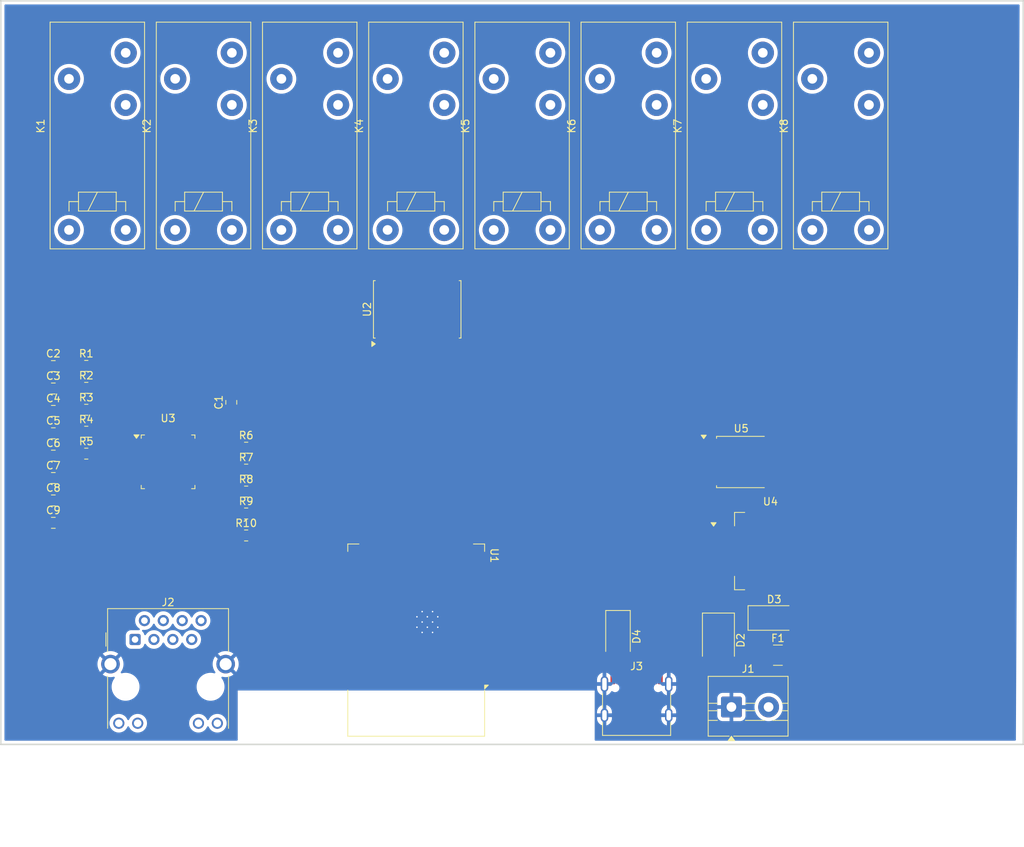
<source format=kicad_pcb>
(kicad_pcb (version 20241229) (generator "pcbnew") (generator_version "9.0")
  (layers (0 "F.Cu" signal) (2 "B.Cu" signal) (13 "F.Paste" user) (15 "B.Paste" user) (5 "F.SilkS" user "F.Silkscreen") (7 "B.SilkS" user "B.Silkscreen") (1 "F.Mask" user) (3 "B.Mask" user) (25 "Edge.Cuts" user))
  (net 0 "")
  (net 5 "/w5500/RCT")
  (net 7 "GND")
  (net 17 "Net-(J2-Pad12)")
  (net 19 "+3.3V")
  (net 23 "/w5500/RXPNET")
  (net 24 "/w5500/TXP")
  (net 27 "Net-(J2-Pad9)")
  (net 36 "/w5500/RXNNET")
  (net 38 "/w5500/TCT")
  (net 39 "/w5500/TXN")
  (net 40 "/w5500/act_led")
  (net 41 "/w5500/link_led")
  (net 42 "/w5500/ETH_MOSI")
  (net 43 "/w5500/ETH_MISO")
  (net 44 "/w5500/ETH_CS")
  (net 45 "/w5500/ETH_SCLK")
  (net 49 "/w5500/RXN")
  (net 54 "Net-(U3-TOCAP)")
  (net 55 "/w5500/XO")
  (net 57 "/w5500/RXP")
  (net 60 "Net-(U3-1V2O)")
  (net 64 "Net-(U3-EXRES1)")
  (net 65 "/w5500/XI")
  (net 70 "Net-(U2-O1)")
  (net 71 "+12V")
  (net 72 "Net-(D3-K)")
  (net 73 "/ETH_RESET")
  (net 74 "Net-(U1-IO42)")
  (net 75 "Net-(U1-EN)")
  (net 76 "/ETH_INT")
  (net 77 "/R1")
  (net 78 "/R8")
  (net 79 "/R3")
  (net 80 "/R7")
  (net 81 "/R2")
  (net 82 "/R5")
  (net 83 "/R4")
  (net 84 "/R6")
  (net 85 "+5V")
  (net 89 "Net-(D4-A)")
  (net 90 "/D+")
  (net 91 "/D-")
  (net 95 "Net-(U2-O2)")
  (net 101 "Net-(U2-O3)")
  (net 104 "Net-(U2-O4)")
  (net 109 "/PWR5")
  (net 112 "/PWR6")
  (net 117 "/PWR7")
  (net 120 "/PWR8")
  (net 122 "Net-(J1-Pin_2)")
  (footprint "Capacitor_SMD:C_0805_2012Metric" (layer "F.Cu") (at 22.57 80.19)
    (property "Reference" "C8" (at 0 -1.68 0) (layer "F.SilkS"))
    (property "Value" "4.7µF")
    (pad "1" smd roundrect (at -0.95 0) (size 1 1.45) (layers "F.Cu" "F.Mask" "F.Paste") (net 54 "Net-(U3-TOCAP)"))
    (pad "2" smd roundrect (at 0.95 0) (size 1 1.45) (layers "F.Cu" "F.Mask" "F.Paste") (net 7 "GND"))
  )
  (footprint "Capacitor_SMD:C_0805_2012Metric" (layer "F.Cu") (at 46.5 67 90)
    (property "Reference" "C1" (at 0 -1.68 90) (layer "F.SilkS"))
    (property "Value" "C")
    (pad "1" smd roundrect (at -0.95 0 90) (size 1 1.45) (layers "F.Cu" "F.Mask" "F.Paste") (net 19 "+3.3V"))
    (pad "2" smd roundrect (at 0.95 0 90) (size 1 1.45) (layers "F.Cu" "F.Mask" "F.Paste") (net 7 "GND"))
  )
  (footprint "Capacitor_SMD:C_0805_2012Metric" (layer "F.Cu") (at 22.57 65.14)
    (property "Reference" "C3" (at 0 -1.68 0) (layer "F.SilkS"))
    (property "Value" "6.8nF")
    (pad "1" smd roundrect (at -0.95 0) (size 1 1.45) (layers "F.Cu" "F.Mask" "F.Paste") (net 57 "/w5500/RXP"))
    (pad "2" smd roundrect (at 0.95 0) (size 1 1.45) (layers "F.Cu" "F.Mask" "F.Paste") (net 23 "/w5500/RXPNET"))
  )
  (footprint "Capacitor_SMD:C_0805_2012Metric" (layer "F.Cu") (at 22.57 71.16)
    (property "Reference" "C5" (at 0 -1.68 0) (layer "F.SilkS"))
    (property "Value" "6.8nF")
    (pad "1" smd roundrect (at -0.95 0) (size 1 1.45) (layers "F.Cu" "F.Mask" "F.Paste") (net 49 "/w5500/RXN"))
    (pad "2" smd roundrect (at 0.95 0) (size 1 1.45) (layers "F.Cu" "F.Mask" "F.Paste") (net 36 "/w5500/RXNNET"))
  )
  (footprint "Package_SO:SOIC-18W_7.5x11.6mm_P1.27mm" (layer "F.Cu") (at 71.5 54.5 90)
    (property "Reference" "U2" (at 0 -6.73 90) (layer "F.SilkS"))
    (property "Value" "ULN2803A")
    (pad "1" smd roundrect (at -4.65 -5.08 90) (size 2.05 0.6) (layers "F.Cu" "F.Mask" "F.Paste") (net 77 "/R1"))
    (pad "2" smd roundrect (at -4.65 -3.81 90) (size 2.05 0.6) (layers "F.Cu" "F.Mask" "F.Paste") (net 81 "/R2"))
    (pad "3" smd roundrect (at -4.65 -2.54 90) (size 2.05 0.6) (layers "F.Cu" "F.Mask" "F.Paste") (net 79 "/R3"))
    (pad "4" smd roundrect (at -4.65 -1.27 90) (size 2.05 0.6) (layers "F.Cu" "F.Mask" "F.Paste") (net 83 "/R4"))
    (pad "5" smd roundrect (at -4.65 0 90) (size 2.05 0.6) (layers "F.Cu" "F.Mask" "F.Paste") (net 82 "/R5"))
    (pad "6" smd roundrect (at -4.65 1.27 90) (size 2.05 0.6) (layers "F.Cu" "F.Mask" "F.Paste") (net 84 "/R6"))
    (pad "7" smd roundrect (at -4.65 2.54 90) (size 2.05 0.6) (layers "F.Cu" "F.Mask" "F.Paste") (net 80 "/R7"))
    (pad "8" smd roundrect (at -4.65 3.81 90) (size 2.05 0.6) (layers "F.Cu" "F.Mask" "F.Paste") (net 78 "/R8"))
    (pad "9" smd roundrect (at -4.65 5.08 90) (size 2.05 0.6) (layers "F.Cu" "F.Mask" "F.Paste") (net 7 "GND"))
    (pad "10" smd roundrect (at 4.65 5.08 90) (size 2.05 0.6) (layers "F.Cu" "F.Mask" "F.Paste") (net 71 "+12V"))
    (pad "11" smd roundrect (at 4.65 3.81 90) (size 2.05 0.6) (layers "F.Cu" "F.Mask" "F.Paste") (net 120 "/PWR8"))
    (pad "12" smd roundrect (at 4.65 2.54 90) (size 2.05 0.6) (layers "F.Cu" "F.Mask" "F.Paste") (net 117 "/PWR7"))
    (pad "13" smd roundrect (at 4.65 1.27 90) (size 2.05 0.6) (layers "F.Cu" "F.Mask" "F.Paste") (net 112 "/PWR6"))
    (pad "14" smd roundrect (at 4.65 0 90) (size 2.05 0.6) (layers "F.Cu" "F.Mask" "F.Paste") (net 109 "/PWR5"))
    (pad "15" smd roundrect (at 4.65 -1.27 90) (size 2.05 0.6) (layers "F.Cu" "F.Mask" "F.Paste") (net 104 "Net-(U2-O4)"))
    (pad "16" smd roundrect (at 4.65 -2.54 90) (size 2.05 0.6) (layers "F.Cu" "F.Mask" "F.Paste") (net 101 "Net-(U2-O3)"))
    (pad "17" smd roundrect (at 4.65 -3.81 90) (size 2.05 0.6) (layers "F.Cu" "F.Mask" "F.Paste") (net 95 "Net-(U2-O2)"))
    (pad "18" smd roundrect (at 4.65 -5.08 90) (size 2.05 0.6) (layers "F.Cu" "F.Mask" "F.Paste") (net 70 "Net-(U2-O1)"))
  )
  (footprint "Diode_SMD:D_SMA" (layer "F.Cu") (at 98.5 98.5 -90)
    (property "Reference" "D4" (at 0 -2.5 90) (layer "F.SilkS"))
    (property "Value" "B130-E3")
    (pad "1" smd roundrect (at -2 0 270) (size 2.5 1.8) (layers "F.Cu" "F.Mask" "F.Paste") (roundrect_rratio 0.1388888889) (net 85 "+5V"))
    (pad "2" smd roundrect (at 2 0 270) (size 2.5 1.8) (layers "F.Cu" "F.Mask" "F.Paste") (roundrect_rratio 0.1388888889) (net 89 "Net-(D4-A)"))
  )
  (footprint "Relay_THT:Relay_SPDT_Schrack-RP-II-1-FormC_RM3.5mm" (layer "F.Cu") (at 124.63 43.82 90)
    (property "Reference" "K8" (at 13.97 -3.81 90) (layer "F.SilkS"))
    (property "Value" "Relay_SPDT_Latching_1coil")
    (pad "11" thru_hole circle (at 20.32 0 90) (size 3 3) (drill 1.3) (layers "*.Cu" "*.Mask"))
    (pad "12" thru_hole circle (at 16.82 7.62 90) (size 3 3) (drill 1.3) (layers "*.Cu" "*.Mask"))
    (pad "14" thru_hole circle (at 23.82 7.62 90) (size 3 3) (drill 1.3) (layers "*.Cu" "*.Mask"))
    (pad "A1" thru_hole circle (at 0 0 90) (size 3 3) (drill 1.3) (layers "*.Cu" "*.Mask") (net 120 "/PWR8"))
    (pad "A2" thru_hole circle (at 0 7.62 90) (size 3 3) (drill 1.3) (layers "*.Cu" "*.Mask") (net 71 "+12V"))
  )
  (footprint "Resistor_SMD:R_0805_2012Metric" (layer "F.Cu") (at 48.5 81.95)
    (property "Reference" "R9" (at 0 -1.65 0) (layer "F.SilkS"))
    (property "Value" "R")
    (pad "1" smd roundrect (at -0.9125 0) (size 1.025 1.4) (layers "F.Cu" "F.Mask" "F.Paste") (roundrect_rratio 0.243902) (net 5 "/w5500/RCT"))
    (pad "2" smd roundrect (at 0.9125 0) (size 1.025 1.4) (layers "F.Cu" "F.Mask" "F.Paste") (roundrect_rratio 0.243902) (net 49 "/w5500/RXN"))
  )
  (footprint "Capacitor_SMD:C_0805_2012Metric" (layer "F.Cu") (at 22.57 74.17)
    (property "Reference" "C6" (at 0 -1.68 0) (layer "F.SilkS"))
    (property "Value" "C")
    (pad "1" smd roundrect (at -0.95 0) (size 1 1.45) (layers "F.Cu" "F.Mask" "F.Paste") (net 7 "GND"))
    (pad "2" smd roundrect (at 0.95 0) (size 1 1.45) (layers "F.Cu" "F.Mask" "F.Paste") (net 55 "/w5500/XO"))
  )
  (footprint "Relay_THT:Relay_SPDT_Schrack-RP-II-1-FormC_RM3.5mm" (layer "F.Cu") (at 53.237143 43.82 90)
    (property "Reference" "K3" (at 13.97 -3.81 90) (layer "F.SilkS"))
    (property "Value" "Relay_SPDT_Latching_1coil")
    (pad "11" thru_hole circle (at 20.32 0 90) (size 3 3) (drill 1.3) (layers "*.Cu" "*.Mask"))
    (pad "12" thru_hole circle (at 16.82 7.62 90) (size 3 3) (drill 1.3) (layers "*.Cu" "*.Mask"))
    (pad "14" thru_hole circle (at 23.82 7.62 90) (size 3 3) (drill 1.3) (layers "*.Cu" "*.Mask"))
    (pad "A1" thru_hole circle (at 0 0 90) (size 3 3) (drill 1.3) (layers "*.Cu" "*.Mask") (net 101 "Net-(U2-O3)"))
    (pad "A2" thru_hole circle (at 0 7.62 90) (size 3 3) (drill 1.3) (layers "*.Cu" "*.Mask") (net 71 "+12V"))
  )
  (footprint "Relay_THT:Relay_SPDT_Schrack-RP-II-1-FormC_RM3.5mm" (layer "F.Cu") (at 24.68 43.82 90)
    (property "Reference" "K1" (at 13.97 -3.81 90) (layer "F.SilkS"))
    (property "Value" "Relay_SPDT_Latching_1coil")
    (pad "11" thru_hole circle (at 20.32 0 90) (size 3 3) (drill 1.3) (layers "*.Cu" "*.Mask"))
    (pad "12" thru_hole circle (at 16.82 7.62 90) (size 3 3) (drill 1.3) (layers "*.Cu" "*.Mask"))
    (pad "14" thru_hole circle (at 23.82 7.62 90) (size 3 3) (drill 1.3) (layers "*.Cu" "*.Mask"))
    (pad "A1" thru_hole circle (at 0 0 90) (size 3 3) (drill 1.3) (layers "*.Cu" "*.Mask") (net 70 "Net-(U2-O1)"))
    (pad "A2" thru_hole circle (at 0 7.62 90) (size 3 3) (drill 1.3) (layers "*.Cu" "*.Mask") (net 71 "+12V"))
  )
  (footprint "Resistor_SMD:R_0805_2012Metric" (layer "F.Cu") (at 27 73.9)
    (property "Reference" "R5" (at 0 -1.65 0) (layer "F.SilkS"))
    (property "Value" "R")
    (pad "1" smd roundrect (at -0.9125 0) (size 1.025 1.4) (layers "F.Cu" "F.Mask" "F.Paste") (roundrect_rratio 0.243902) (net 17 "Net-(J2-Pad12)"))
    (pad "2" smd roundrect (at 0.9125 0) (size 1.025 1.4) (layers "F.Cu" "F.Mask" "F.Paste") (roundrect_rratio 0.243902) (net 19 "+3.3V"))
  )
  (footprint "Resistor_SMD:R_0805_2012Metric" (layer "F.Cu") (at 27 62.1)
    (property "Reference" "R1" (at 0 -1.65 0) (layer "F.SilkS"))
    (property "Value" "49.9")
    (pad "1" smd roundrect (at -0.9125 0) (size 1.025 1.4) (layers "F.Cu" "F.Mask" "F.Paste") (roundrect_rratio 0.243902) (net 24 "/w5500/TXP"))
    (pad "2" smd roundrect (at 0.9125 0) (size 1.025 1.4) (layers "F.Cu" "F.Mask" "F.Paste") (roundrect_rratio 0.243902) (net 19 "+3.3V"))
  )
  (footprint "Resistor_SMD:R_0805_2012Metric" (layer "F.Cu") (at 27 65.05)
    (property "Reference" "R2" (at 0 -1.65 0) (layer "F.SilkS"))
    (property "Value" "49.9")
    (pad "1" smd roundrect (at -0.9125 0) (size 1.025 1.4) (layers "F.Cu" "F.Mask" "F.Paste") (roundrect_rratio 0.243902) (net 39 "/w5500/TXN"))
    (pad "2" smd roundrect (at 0.9125 0) (size 1.025 1.4) (layers "F.Cu" "F.Mask" "F.Paste") (roundrect_rratio 0.243902) (net 19 "+3.3V"))
  )
  (footprint "Capacitor_SMD:C_0805_2012Metric" (layer "F.Cu") (at 22.57 77.18)
    (property "Reference" "C7" (at 0 -1.68 0) (layer "F.SilkS"))
    (property "Value" "C")
    (pad "1" smd roundrect (at -0.95 0) (size 1 1.45) (layers "F.Cu" "F.Mask" "F.Paste") (net 7 "GND"))
    (pad "2" smd roundrect (at 0.95 0) (size 1 1.45) (layers "F.Cu" "F.Mask" "F.Paste") (net 65 "/w5500/XI"))
  )
  (footprint "Capacitor_SMD:C_0805_2012Metric" (layer "F.Cu") (at 22.57 62.13)
    (property "Reference" "C2" (at 0 -1.68 0) (layer "F.SilkS"))
    (property "Value" "C")
    (pad "1" smd roundrect (at -0.95 0) (size 1 1.45) (layers "F.Cu" "F.Mask" "F.Paste") (net 7 "GND"))
    (pad "2" smd roundrect (at 0.95 0) (size 1 1.45) (layers "F.Cu" "F.Mask" "F.Paste") (net 38 "/w5500/TCT"))
  )
  (footprint "Fuse:Fuse_1210_3225Metric" (layer "F.Cu") (at 120 101)
    (property "Reference" "F1" (at 0 -2.28 0) (layer "F.SilkS"))
    (property "Value" "Fuse 3A")
    (pad "1" smd roundrect (at -1.4 0) (size 1.25 2.65) (layers "F.Cu" "F.Mask" "F.Paste") (roundrect_rratio 0.2) (net 122 "Net-(J1-Pin_2)"))
    (pad "2" smd roundrect (at 1.4 0) (size 1.25 2.65) (layers "F.Cu" "F.Mask" "F.Paste") (roundrect_rratio 0.2) (net 71 "+12V"))
  )
  (footprint "Resistor_SMD:R_0805_2012Metric" (layer "F.Cu") (at 48.5 79)
    (property "Reference" "R8" (at 0 -1.65 0) (layer "F.SilkS"))
    (property "Value" "R")
    (pad "1" smd roundrect (at -0.9125 0) (size 1.025 1.4) (layers "F.Cu" "F.Mask" "F.Paste") (roundrect_rratio 0.243902) (net 57 "/w5500/RXP"))
    (pad "2" smd roundrect (at 0.9125 0) (size 1.025 1.4) (layers "F.Cu" "F.Mask" "F.Paste") (roundrect_rratio 0.243902) (net 5 "/w5500/RCT"))
  )
  (footprint "RF_Module:ESP32-S3-WROOM-1" (layer "F.Cu") (at 71.365 99 180)
    (property "Reference" "U1" (at -10.5 11.4 270) (layer "F.SilkS"))
    (property "Value" "ESP32-S3-WROOM-1")
    (pad "1" smd rect (at -8.75 -5.26 180) (size 1.5 0.9) (layers "F.Cu" "F.Mask" "F.Paste") (net 7 "GND"))
    (pad "2" smd rect (at -8.75 -3.99 180) (size 1.5 0.9) (layers "F.Cu" "F.Mask" "F.Paste") (net 19 "+3.3V"))
    (pad "3" smd rect (at -8.75 -2.72 180) (size 1.5 0.9) (layers "F.Cu" "F.Mask" "F.Paste") (net 75 "Net-(U1-EN)"))
    (pad "4" smd rect (at -8.75 -1.45 180) (size 1.5 0.9) (layers "F.Cu" "F.Mask" "F.Paste"))
    (pad "5" smd rect (at -8.75 -0.18 180) (size 1.5 0.9) (layers "F.Cu" "F.Mask" "F.Paste"))
    (pad "6" smd rect (at -8.75 1.09 180) (size 1.5 0.9) (layers "F.Cu" "F.Mask" "F.Paste"))
    (pad "7" smd rect (at -8.75 2.36 180) (size 1.5 0.9) (layers "F.Cu" "F.Mask" "F.Paste"))
    (pad "8" smd rect (at -8.75 3.63 180) (size 1.5 0.9) (layers "F.Cu" "F.Mask" "F.Paste"))
    (pad "9" smd rect (at -8.75 4.9 180) (size 1.5 0.9) (layers "F.Cu" "F.Mask" "F.Paste"))
    (pad "10" smd rect (at -8.75 6.17 180) (size 1.5 0.9) (layers "F.Cu" "F.Mask" "F.Paste"))
    (pad "11" smd rect (at -8.75 7.44 180) (size 1.5 0.9) (layers "F.Cu" "F.Mask" "F.Paste"))
    (pad "12" smd rect (at -8.75 8.71 180) (size 1.5 0.9) (layers "F.Cu" "F.Mask" "F.Paste"))
    (pad "13" smd rect (at -8.75 9.98 180) (size 1.5 0.9) (layers "F.Cu" "F.Mask" "F.Paste") (net 91 "/D-"))
    (pad "14" smd rect (at -8.75 11.25) (size 1.5 0.9) (layers "F.Cu" "F.Mask" "F.Paste") (net 90 "/D+"))
    (pad "15" smd rect (at -6.985 12.5 90) (size 1.5 0.9) (layers "F.Cu" "F.Mask" "F.Paste"))
    (pad "16" smd rect (at -5.715 12.5 90) (size 1.5 0.9) (layers "F.Cu" "F.Mask" "F.Paste"))
    (pad "17" smd rect (at -4.445 12.5 90) (size 1.5 0.9) (layers "F.Cu" "F.Mask" "F.Paste"))
    (pad "18" smd rect (at -3.175 12.5 90) (size 1.5 0.9) (layers "F.Cu" "F.Mask" "F.Paste") (net 44 "/w5500/ETH_CS"))
    (pad "19" smd rect (at -1.905 12.5 90) (size 1.5 0.9) (layers "F.Cu" "F.Mask" "F.Paste") (net 42 "/w5500/ETH_MOSI"))
    (pad "20" smd rect (at -0.635 12.5 90) (size 1.5 0.9) (layers "F.Cu" "F.Mask" "F.Paste") (net 45 "/w5500/ETH_SCLK"))
    (pad "21" smd rect (at 0.635 12.5 90) (size 1.5 0.9) (layers "F.Cu" "F.Mask" "F.Paste") (net 43 "/w5500/ETH_MISO"))
    (pad "22" smd rect (at 1.905 12.5 90) (size 1.5 0.9) (layers "F.Cu" "F.Mask" "F.Paste"))
    (pad "23" smd rect (at 3.175 12.5 90) (size 1.5 0.9) (layers "F.Cu" "F.Mask" "F.Paste") (net 76 "/ETH_INT"))
    (pad "24" smd rect (at 4.445 12.5 90) (size 1.5 0.9) (layers "F.Cu" "F.Mask" "F.Paste"))
    (pad "25" smd rect (at 5.715 12.5 90) (size 1.5 0.9) (layers "F.Cu" "F.Mask" "F.Paste"))
    (pad "26" smd rect (at 6.985 12.5 90) (size 1.5 0.9) (layers "F.Cu" "F.Mask" "F.Paste"))
    (pad "27" smd rect (at 8.75 11.25 180) (size 1.5 0.9) (layers "F.Cu" "F.Mask" "F.Paste"))
    (pad "28" smd rect (at 8.75 9.98 180) (size 1.5 0.9) (layers "F.Cu" "F.Mask" "F.Paste"))
    (pad "29" smd rect (at 8.75 8.71 180) (size 1.5 0.9) (layers "F.Cu" "F.Mask" "F.Paste"))
    (pad "30" smd rect (at 8.75 7.44 180) (size 1.5 0.9) (layers "F.Cu" "F.Mask" "F.Paste"))
    (pad "31" smd rect (at 8.75 6.17 180) (size 1.5 0.9) (layers "F.Cu" "F.Mask" "F.Paste") (net 73 "/ETH_RESET"))
    (pad "32" smd rect (at 8.75 4.9 180) (size 1.5 0.9) (layers "F.Cu" "F.Mask" "F.Paste"))
    (pad "33" smd rect (at 8.75 3.63 180) (size 1.5 0.9) (layers "F.Cu" "F.Mask" "F.Paste"))
    (pad "34" smd rect (at 8.75 2.36 180) (size 1.5 0.9) (layers "F.Cu" "F.Mask" "F.Paste"))
    (pad "35" smd rect (at 8.75 1.09 180) (size 1.5 0.9) (layers "F.Cu" "F.Mask" "F.Paste") (net 74 "Net-(U1-IO42)"))
    (pad "36" smd rect (at 8.75 -0.18 180) (size 1.5 0.9) (layers "F.Cu" "F.Mask" "F.Paste"))
    (pad "37" smd rect (at 8.75 -1.45 180) (size 1.5 0.9) (layers "F.Cu" "F.Mask" "F.Paste"))
    (pad "38" smd rect (at 8.75 -2.72 180) (size 1.5 0.9) (layers "F.Cu" "F.Mask" "F.Paste"))
    (pad "39" smd rect (at 8.75 -3.99 180) (size 1.5 0.9) (layers "F.Cu" "F.Mask" "F.Paste"))
    (pad "40" smd rect (at 8.75 -5.26 180) (size 1.5 0.9) (layers "F.Cu" "F.Mask" "F.Paste") (net 7 "GND"))
    (pad "41" thru_hole circle (at -2.9 1.76 270) (size 0.6 0.6) (drill 0.2) (property pad_prop_heatsink) (layers "*.Cu" "F.Mask") (net 7 "GND"))
    (pad "41" thru_hole circle (at -2.9 3.16 180) (size 0.6 0.6) (drill 0.2) (property pad_prop_heatsink) (layers "*.Cu" "F.Mask") (net 7 "GND"))
    (pad "41" thru_hole circle (at -2.2 1.06 180) (size 0.6 0.6) (drill 0.2) (property pad_prop_heatsink) (layers "*.Cu" "F.Mask") (net 7 "GND"))
    (pad "41" thru_hole circle (at -2.2 2.46 180) (size 0.6 0.6) (drill 0.2) (property pad_prop_heatsink) (layers "*.Cu" "F.Mask") (net 7 "GND"))
    (pad "41" thru_hole circle (at -2.2 3.86 180) (size 0.6 0.6) (drill 0.2) (property pad_prop_heatsink) (layers "*.Cu" "F.Mask") (net 7 "GND"))
    (pad "41" thru_hole circle (at -1.5 1.76 180) (size 0.6 0.6) (drill 0.2) (property pad_prop_heatsink) (layers "*.Cu" "F.Mask") (net 7 "GND"))
    (pad "41" smd rect (at -1.5 2.46 90) (size 3.9 3.9) (property pad_prop_heatsink) (layers "F.Cu" "F.Mask") (net 7 "GND"))
    (pad "41" thru_hole circle (at -1.5 3.16 180) (size 0.6 0.6) (drill 0.2) (property pad_prop_heatsink) (layers "*.Cu" "F.Mask") (net 7 "GND"))
    (pad "41" thru_hole circle (at -0.8 1.06 180) (size 0.6 0.6) (drill 0.2) (property pad_prop_heatsink) (layers "*.Cu" "F.Mask") (net 7 "GND"))
    (pad "41" thru_hole circle (at -0.8 2.46 180) (size 0.6 0.6) (drill 0.2) (property pad_prop_heatsink) (layers "*.Cu" "F.Mask") (net 7 "GND"))
    (pad "41" thru_hole circle (at -0.8 3.86 180) (size 0.6 0.6) (drill 0.2) (property pad_prop_heatsink) (layers "*.Cu" "F.Mask") (net 7 "GND"))
    (pad "41" thru_hole circle (at -0.1 1.76 180) (size 0.6 0.6) (drill 0.2) (property pad_prop_heatsink) (layers "*.Cu" "F.Mask") (net 7 "GND"))
    (pad "41" thru_hole circle (at -0.1 3.16 180) (size 0.6 0.6) (drill 0.2) (property pad_prop_heatsink) (layers "*.Cu" "F.Mask") (net 7 "GND"))
    (zone (net 0) (net_name "") (layers "F.Cu" "B.Cu") (connect_pads (clearance 0)) (min_thickness 0.254)
      (keepout (tracks not_allowed) (vias not_allowed) (pads not_allowed) (copperpour not_allowed) (footprints not_allowed))
      (fill (thermal_gap 0.508) (thermal_bridge_width 0.508))
      (polygon (pts (xy 95.365 105.75) (xy 47.365 105.75) (xy 47.365 126.75) (xy 95.365 126.75)))
    )
  )
  (footprint "Package_TO_SOT_SMD:TO-252-2" (layer "F.Cu") (at 115.065 75.025)
    (property "Reference" "U5" (at 0 -4.5 0) (layer "F.SilkS"))
    (property "Value" "LF33_TO252")
    (pad "1" smd roundrect (at -5.04 -2.28) (size 2.2 1.2) (layers "F.Cu" "F.Mask" "F.Paste") (roundrect_rratio 0.208333) (net 85 "+5V"))
    (pad "2" smd roundrect (at 1.26 0) (size 6.4 5.8) (layers "F.Cu" "F.Mask") (roundrect_rratio 0.043103) (net 7 "GND"))
    (pad "3" smd roundrect (at -5.04 2.28) (size 2.2 1.2) (layers "F.Cu" "F.Mask" "F.Paste") (roundrect_rratio 0.208333) (net 19 "+3.3V"))
  )
  (footprint "Connector_RJ:RJ45_Hanrun_HR911105A_Horizontal" (layer "F.Cu") (at 33.56 98.89)
    (property "Reference" "J2" (at 4.44 -5 0) (layer "F.SilkS"))
    (property "Value" "RJ45_Hanrun_HR911105A_Horizontal")
    (pad "" np_thru_hole circle (at -1.275 6.36) (size 3.25 3.25) (drill 3.25) (layers "*.Cu" "*.Mask"))
    (pad "" np_thru_hole circle (at 10.155 6.36) (size 3.25 3.25) (drill 3.25) (layers "*.Cu" "*.Mask"))
    (pad "1" thru_hole roundrect (at 0 0) (size 1.5 1.5) (drill 0.89) (layers "*.Cu" "*.Mask") (roundrect_rratio 0.167) (net 24 "/w5500/TXP"))
    (pad "2" thru_hole circle (at 1.26 -2.54) (size 1.5 1.5) (drill 0.89) (layers "*.Cu" "*.Mask") (net 39 "/w5500/TXN"))
    (pad "3" thru_hole circle (at 2.54 0) (size 1.5 1.5) (drill 0.89) (layers "*.Cu" "*.Mask") (net 23 "/w5500/RXPNET"))
    (pad "4" thru_hole circle (at 3.8 -2.54) (size 1.5 1.5) (drill 0.89) (layers "*.Cu" "*.Mask") (net 38 "/w5500/TCT"))
    (pad "5" thru_hole circle (at 5.08 0) (size 1.5 1.5) (drill 0.89) (layers "*.Cu" "*.Mask") (net 5 "/w5500/RCT"))
    (pad "6" thru_hole circle (at 6.34 -2.54) (size 1.5 1.5) (drill 0.89) (layers "*.Cu" "*.Mask") (net 36 "/w5500/RXNNET"))
    (pad "7" thru_hole circle (at 7.62 0) (size 1.5 1.5) (drill 0.89) (layers "*.Cu" "*.Mask"))
    (pad "8" thru_hole circle (at 8.88 -2.54) (size 1.5 1.5) (drill 0.89) (layers "*.Cu" "*.Mask"))
    (pad "9" thru_hole circle (at -2.185 11.26) (size 1.5 1.5) (drill 1.02) (layers "*.Cu" "*.Mask") (net 27 "Net-(J2-Pad9)"))
    (pad "10" thru_hole circle (at 0.355 11.26) (size 1.5 1.5) (drill 1.02) (layers "*.Cu" "*.Mask") (net 40 "/w5500/act_led"))
    (pad "11" thru_hole circle (at 8.525 11.26) (size 1.5 1.5) (drill 1.02) (layers "*.Cu" "*.Mask") (net 41 "/w5500/link_led"))
    (pad "12" thru_hole circle (at 11.065 11.26) (size 1.5 1.5) (drill 1.02) (layers "*.Cu" "*.Mask") (net 17 "Net-(J2-Pad12)"))
    (pad "SH" thru_hole circle (at -3.305 3.31) (size 2.5 2.5) (drill 1.63) (layers "*.Cu" "*.Mask") (net 7 "GND"))
    (pad "SH" thru_hole circle (at 12.185 3.31) (size 2.5 2.5) (drill 1.63) (layers "*.Cu" "*.Mask") (net 7 "GND"))
  )
  (footprint "Resistor_SMD:R_0805_2012Metric" (layer "F.Cu") (at 48.5 73.1)
    (property "Reference" "R6" (at 0 -1.65 0) (layer "F.SilkS"))
    (property "Value" "1k")
    (pad "1" smd roundrect (at -0.9125 0) (size 1.025 1.4) (layers "F.Cu" "F.Mask" "F.Paste") (roundrect_rratio 0.243902) (net 19 "+3.3V"))
    (pad "2" smd roundrect (at 0.9125 0) (size 1.025 1.4) (layers "F.Cu" "F.Mask" "F.Paste") (roundrect_rratio 0.243902) (net 73 "/ETH_RESET"))
  )
  (footprint "Package_QFP:LQFP-48_7x7mm_P0.5mm" (layer "F.Cu") (at 38 75)
    (property "Reference" "U3" (at 0 -5.85 0) (layer "F.SilkS"))
    (property "Value" "W5500")
    (pad "1" smd roundrect (at -4.1625 -2.75) (size 1.475 0.3) (layers "F.Cu" "F.Mask" "F.Paste") (net 39 "/w5500/TXN"))
    (pad "2" smd roundrect (at -4.1625 -2.25) (size 1.475 0.3) (layers "F.Cu" "F.Mask" "F.Paste") (net 24 "/w5500/TXP"))
    (pad "3" smd roundrect (at -4.1625 -1.75) (size 1.475 0.3) (layers "F.Cu" "F.Mask" "F.Paste") (net 7 "GND"))
    (pad "4" smd roundrect (at -4.1625 -1.25) (size 1.475 0.3) (layers "F.Cu" "F.Mask" "F.Paste") (net 19 "+3.3V"))
    (pad "5" smd roundrect (at -4.1625 -0.75) (size 1.475 0.3) (layers "F.Cu" "F.Mask" "F.Paste") (net 49 "/w5500/RXN"))
    (pad "6" smd roundrect (at -4.1625 -0.25) (size 1.475 0.3) (layers "F.Cu" "F.Mask" "F.Paste") (net 57 "/w5500/RXP"))
    (pad "7" smd roundrect (at -4.1625 0.25) (size 1.475 0.3) (layers "F.Cu" "F.Mask" "F.Paste"))
    (pad "8" smd roundrect (at -4.1625 0.75) (size 1.475 0.3) (layers "F.Cu" "F.Mask" "F.Paste") (net 19 "+3.3V"))
    (pad "9" smd roundrect (at -4.1625 1.25) (size 1.475 0.3) (layers "F.Cu" "F.Mask" "F.Paste") (net 7 "GND"))
    (pad "10" smd roundrect (at -4.1625 1.75) (size 1.475 0.3) (layers "F.Cu" "F.Mask" "F.Paste") (net 64 "Net-(U3-EXRES1)"))
    (pad "11" smd roundrect (at -4.1625 2.25) (size 1.475 0.3) (layers "F.Cu" "F.Mask" "F.Paste") (net 19 "+3.3V"))
    (pad "12" smd roundrect (at -4.1625 2.75) (size 1.475 0.3) (layers "F.Cu" "F.Mask" "F.Paste"))
    (pad "13" smd roundrect (at -2.75 4.1625) (size 0.3 1.475) (layers "F.Cu" "F.Mask" "F.Paste"))
    (pad "14" smd roundrect (at -2.25 4.1625) (size 0.3 1.475) (layers "F.Cu" "F.Mask" "F.Paste") (net 7 "GND"))
    (pad "15" smd roundrect (at -1.75 4.1625) (size 0.3 1.475) (layers "F.Cu" "F.Mask" "F.Paste") (net 19 "+3.3V"))
    (pad "16" smd roundrect (at -1.25 4.1625) (size 0.3 1.475) (layers "F.Cu" "F.Mask" "F.Paste") (net 7 "GND"))
    (pad "17" smd roundrect (at -0.75 4.1625) (size 0.3 1.475) (layers "F.Cu" "F.Mask" "F.Paste") (net 19 "+3.3V"))
    (pad "18" smd roundrect (at -0.25 4.1625) (size 0.3 1.475) (layers "F.Cu" "F.Mask" "F.Paste"))
    (pad "19" smd roundrect (at 0.25 4.1625) (size 0.3 1.475) (layers "F.Cu" "F.Mask" "F.Paste") (net 7 "GND"))
    (pad "20" smd roundrect (at 0.75 4.1625) (size 0.3 1.475) (layers "F.Cu" "F.Mask" "F.Paste") (net 54 "Net-(U3-TOCAP)"))
    (pad "21" smd roundrect (at 1.25 4.1625) (size 0.3 1.475) (layers "F.Cu" "F.Mask" "F.Paste") (net 19 "+3.3V"))
    (pad "22" smd roundrect (at 1.75 4.1625) (size 0.3 1.475) (layers "F.Cu" "F.Mask" "F.Paste") (net 60 "Net-(U3-1V2O)"))
    (pad "23" smd roundrect (at 2.25 4.1625) (size 0.3 1.475) (layers "F.Cu" "F.Mask" "F.Paste"))
    (pad "24" smd roundrect (at 2.75 4.1625) (size 0.3 1.475) (layers "F.Cu" "F.Mask" "F.Paste"))
    (pad "25" smd roundrect (at 4.1625 2.75) (size 1.475 0.3) (layers "F.Cu" "F.Mask" "F.Paste") (net 41 "/w5500/link_led"))
    (pad "26" smd roundrect (at 4.1625 2.25) (size 1.475 0.3) (layers "F.Cu" "F.Mask" "F.Paste"))
    (pad "27" smd roundrect (at 4.1625 1.75) (size 1.475 0.3) (layers "F.Cu" "F.Mask" "F.Paste") (net 40 "/w5500/act_led"))
    (pad "28" smd roundrect (at 4.1625 1.25) (size 1.475 0.3) (layers "F.Cu" "F.Mask" "F.Paste") (net 19 "+3.3V"))
    (pad "29" smd roundrect (at 4.1625 0.75) (size 1.475 0.3) (layers "F.Cu" "F.Mask" "F.Paste") (net 7 "GND"))
    (pad "30" smd roundrect (at 4.1625 0.25) (size 1.475 0.3) (layers "F.Cu" "F.Mask" "F.Paste") (net 65 "/w5500/XI"))
    (pad "31" smd roundrect (at 4.1625 -0.25) (size 1.475 0.3) (layers "F.Cu" "F.Mask" "F.Paste") (net 55 "/w5500/XO"))
    (pad "32" smd roundrect (at 4.1625 -0.75) (size 1.475 0.3) (layers "F.Cu" "F.Mask" "F.Paste") (net 44 "/w5500/ETH_CS"))
    (pad "33" smd roundrect (at 4.1625 -1.25) (size 1.475 0.3) (layers "F.Cu" "F.Mask" "F.Paste") (net 45 "/w5500/ETH_SCLK"))
    (pad "34" smd roundrect (at 4.1625 -1.75) (size 1.475 0.3) (layers "F.Cu" "F.Mask" "F.Paste") (net 43 "/w5500/ETH_MISO"))
    (pad "35" smd roundrect (at 4.1625 -2.25) (size 1.475 0.3) (layers "F.Cu" "F.Mask" "F.Paste") (net 42 "/w5500/ETH_MOSI"))
    (pad "36" smd roundrect (at 4.1625 -2.75) (size 1.475 0.3) (layers "F.Cu" "F.Mask" "F.Paste") (net 76 "/ETH_INT"))
    (pad "37" smd roundrect (at 2.75 -4.1625) (size 0.3 1.475) (layers "F.Cu" "F.Mask" "F.Paste") (net 73 "/ETH_RESET"))
    (pad "38" smd roundrect (at 2.25 -4.1625) (size 0.3 1.475) (layers "F.Cu" "F.Mask" "F.Paste"))
    (pad "39" smd roundrect (at 1.75 -4.1625) (size 0.3 1.475) (layers "F.Cu" "F.Mask" "F.Paste"))
    (pad "40" smd roundrect (at 1.25 -4.1625) (size 0.3 1.475) (layers "F.Cu" "F.Mask" "F.Paste"))
    (pad "41" smd roundrect (at 0.75 -4.1625) (size 0.3 1.475) (layers "F.Cu" "F.Mask" "F.Paste"))
    (pad "42" smd roundrect (at 0.25 -4.1625) (size 0.3 1.475) (layers "F.Cu" "F.Mask" "F.Paste"))
    (pad "43" smd roundrect (at -0.25 -4.1625) (size 0.3 1.475) (layers "F.Cu" "F.Mask" "F.Paste"))
    (pad "44" smd roundrect (at -0.75 -4.1625) (size 0.3 1.475) (layers "F.Cu" "F.Mask" "F.Paste"))
    (pad "45" smd roundrect (at -1.25 -4.1625) (size 0.3 1.475) (layers "F.Cu" "F.Mask" "F.Paste"))
    (pad "46" smd roundrect (at -1.75 -4.1625) (size 0.3 1.475) (layers "F.Cu" "F.Mask" "F.Paste"))
    (pad "47" smd roundrect (at -2.25 -4.1625) (size 0.3 1.475) (layers "F.Cu" "F.Mask" "F.Paste"))
    (pad "48" smd roundrect (at -2.75 -4.1625) (size 0.3 1.475) (layers "F.Cu" "F.Mask" "F.Paste") (net 7 "GND"))
  )
  (footprint "Relay_THT:Relay_SPDT_Schrack-RP-II-1-FormC_RM3.5mm" (layer "F.Cu") (at 81.794286 43.82 90)
    (property "Reference" "K5" (at 13.97 -3.81 90) (layer "F.SilkS"))
    (property "Value" "Relay_SPDT_Latching_1coil")
    (pad "11" thru_hole circle (at 20.32 0 90) (size 3 3) (drill 1.3) (layers "*.Cu" "*.Mask"))
    (pad "12" thru_hole circle (at 16.82 7.62 90) (size 3 3) (drill 1.3) (layers "*.Cu" "*.Mask"))
    (pad "14" thru_hole circle (at 23.82 7.62 90) (size 3 3) (drill 1.3) (layers "*.Cu" "*.Mask"))
    (pad "A1" thru_hole circle (at 0 0 90) (size 3 3) (drill 1.3) (layers "*.Cu" "*.Mask") (net 109 "/PWR5"))
    (pad "A2" thru_hole circle (at 0 7.62 90) (size 3 3) (drill 1.3) (layers "*.Cu" "*.Mask") (net 71 "+12V"))
  )
  (footprint "Package_TO_SOT_SMD:TO-263-3_TabPin2" (layer "F.Cu") (at 119 87)
    (property "Reference" "U4" (at 0 -6.65 0) (layer "F.SilkS"))
    (property "Value" "L7805")
    (pad "1" smd roundrect (at -7.65 -2.54) (size 4.6 1.1) (layers "F.Cu" "F.Mask" "F.Paste") (roundrect_rratio 0.227273) (net 72 "Net-(D3-K)"))
    (pad "2" smd roundrect (at -7.65 0) (size 4.6 1.1) (layers "F.Cu" "F.Mask" "F.Paste") (roundrect_rratio 0.227273) (net 7 "GND"))
    (pad "2" smd roundrect (at 1.5 0) (size 9.4 10.8) (layers "F.Cu" "F.Mask") (roundrect_rratio 0.026596) (net 7 "GND"))
    (pad "3" smd roundrect (at -7.65 2.54) (size 4.6 1.1) (layers "F.Cu" "F.Mask" "F.Paste") (roundrect_rratio 0.227273) (net 85 "+5V"))
  )
  (footprint "Resistor_SMD:R_0805_2012Metric" (layer "F.Cu") (at 27 70.95)
    (property "Reference" "R4" (at 0 -1.65 0) (layer "F.SilkS"))
    (property "Value" "R")
    (pad "1" smd roundrect (at -0.9125 0) (size 1.025 1.4) (layers "F.Cu" "F.Mask" "F.Paste") (roundrect_rratio 0.243902) (net 19 "+3.3V"))
    (pad "2" smd roundrect (at 0.9125 0) (size 1.025 1.4) (layers "F.Cu" "F.Mask" "F.Paste") (roundrect_rratio 0.243902) (net 27 "Net-(J2-Pad9)"))
  )
  (footprint "Resistor_SMD:R_0805_2012Metric" (layer "F.Cu") (at 48.5 76.05)
    (property "Reference" "R7" (at 0 -1.65 0) (layer "F.SilkS"))
    (property "Value" "12.4k")
    (pad "1" smd roundrect (at -0.9125 0) (size 1.025 1.4) (layers "F.Cu" "F.Mask" "F.Paste") (roundrect_rratio 0.243902) (net 64 "Net-(U3-EXRES1)"))
    (pad "2" smd roundrect (at 0.9125 0) (size 1.025 1.4) (layers "F.Cu" "F.Mask" "F.Paste") (roundrect_rratio 0.243902) (net 7 "GND"))
  )
  (footprint "TerminalBlock:TerminalBlock_MaiXu_MX126-5.0-02P_1x02_P5.00mm" (layer "F.Cu") (at 113.75 107.9675)
    (property "Reference" "J1" (at 2.25 -5.12 0) (layer "F.SilkS"))
    (property "Value" "Screw_Terminal")
    (pad "1" thru_hole roundrect (at 0 0) (size 2.8 2.8) (drill 1.3) (layers "*.Cu" "*.Mask") (roundrect_rratio 0.089286) (net 7 "GND"))
    (pad "2" thru_hole circle (at 5 0) (size 2.8 2.8) (drill 1.3) (layers "*.Cu" "*.Mask") (net 122 "Net-(J1-Pin_2)"))
  )
  (footprint "Connector_USB:USB_C_Receptacle_G-Switch_GT-USB-7010ASV" (layer "F.Cu") (at 101 108)
    (property "Reference" "J3" (at 0 -5.5 0) (layer "F.SilkS"))
    (property "Value" "USB_C_Receptacle_USB2.0_14P")
    (pad "" np_thru_hole circle (at -2.89 -2.605) (size 0.65 0.65) (drill 0.65) (layers "*.Cu" "*.Mask"))
    (pad "" np_thru_hole circle (at 2.89 -2.605) (size 0.65 0.65) (drill 0.65) (layers "*.Cu" "*.Mask"))
    (pad "A1" smd rect (at -3.2 -3.725) (size 0.6 1.24) (layers "F.Cu" "F.Mask" "F.Paste") (net 7 "GND"))
    (pad "A4" smd rect (at -2.4 -3.725) (size 0.6 1.24) (layers "F.Cu" "F.Mask" "F.Paste") (net 89 "Net-(D4-A)"))
    (pad "A5" smd rect (at -1.25 -3.725) (size 0.3 1.24) (layers "F.Cu" "F.Mask" "F.Paste"))
    (pad "A6" smd rect (at -0.25 -3.725) (size 0.3 1.24) (layers "F.Cu" "F.Mask" "F.Paste") (net 90 "/D+"))
    (pad "A7" smd rect (at 0.25 -3.725) (size 0.3 1.24) (layers "F.Cu" "F.Mask" "F.Paste") (net 91 "/D-"))
    (pad "A8" smd rect (at 1.25 -3.725) (size 0.3 1.24) (layers "F.Cu" "F.Mask" "F.Paste"))
    (pad "A9" smd rect (at 2.4 -3.725) (size 0.6 1.24) (layers "F.Cu" "F.Mask" "F.Paste") (net 89 "Net-(D4-A)"))
    (pad "A12" smd rect (at 3.2 -3.725) (size 0.6 1.24) (layers "F.Cu" "F.Mask" "F.Paste") (net 7 "GND"))
    (pad "B1" smd rect (at 3.2 -3.725) (size 0.6 1.24) (layers "F.Cu" "F.Mask" "F.Paste") (net 7 "GND"))
    (pad "B4" smd rect (at 2.4 -3.725) (size 0.6 1.24) (layers "F.Cu" "F.Mask" "F.Paste") (net 89 "Net-(D4-A)"))
    (pad "B5" smd rect (at 1.75 -3.725) (size 0.3 1.24) (layers "F.Cu" "F.Mask" "F.Paste"))
    (pad "B6" smd rect (at 0.75 -3.725) (size 0.3 1.24) (layers "F.Cu" "F.Mask" "F.Paste") (net 90 "/D+"))
    (pad "B7" smd rect (at -0.75 -3.725) (size 0.3 1.24) (layers "F.Cu" "F.Mask" "F.Paste") (net 91 "/D-"))
    (pad "B8" smd rect (at -1.75 -3.725) (size 0.3 1.24) (layers "F.Cu" "F.Mask" "F.Paste"))
    (pad "B9" smd rect (at -2.4 -3.725) (size 0.6 1.24) (layers "F.Cu" "F.Mask" "F.Paste") (net 89 "Net-(D4-A)"))
    (pad "B12" smd rect (at -3.2 -3.725) (size 0.6 1.24) (layers "F.Cu" "F.Mask" "F.Paste") (net 7 "GND"))
    (pad "S1" thru_hole oval (at -4.32 -3.125) (size 1 2.1) (drill oval 0.6 1.7) (property pad_prop_heatsink) (layers "*.Cu" "*.Mask") (net 7 "GND"))
    (pad "S1" thru_hole oval (at -4.32 1.075) (size 1 1.8) (drill oval 0.6 1.4) (property pad_prop_heatsink) (layers "*.Cu" "*.Mask") (net 7 "GND"))
    (pad "S1" thru_hole oval (at 4.32 -3.125) (size 1 2.1) (drill oval 0.6 1.7) (property pad_prop_heatsink) (layers "*.Cu" "*.Mask") (net 7 "GND"))
    (pad "S1" thru_hole oval (at 4.32 1.075) (size 1 1.8) (drill oval 0.6 1.4) (property pad_prop_heatsink) (layers "*.Cu" "*.Mask") (net 7 "GND"))
  )
  (footprint "Relay_THT:Relay_SPDT_Schrack-RP-II-1-FormC_RM3.5mm" (layer "F.Cu") (at 38.958571 43.82 90)
    (property "Reference" "K2" (at 13.97 -3.81 90) (layer "F.SilkS"))
    (property "Value" "Relay_SPDT_Latching_1coil")
    (pad "11" thru_hole circle (at 20.32 0 90) (size 3 3) (drill 1.3) (layers "*.Cu" "*.Mask"))
    (pad "12" thru_hole circle (at 16.82 7.62 90) (size 3 3) (drill 1.3) (layers "*.Cu" "*.Mask"))
    (pad "14" thru_hole circle (at 23.82 7.62 90) (size 3 3) (drill 1.3) (layers "*.Cu" "*.Mask"))
    (pad "A1" thru_hole circle (at 0 0 90) (size 3 3) (drill 1.3) (layers "*.Cu" "*.Mask") (net 95 "Net-(U2-O2)"))
    (pad "A2" thru_hole circle (at 0 7.62 90) (size 3 3) (drill 1.3) (layers "*.Cu" "*.Mask") (net 71 "+12V"))
  )
  (footprint "Diode_SMD:D_SMB" (layer "F.Cu") (at 112 99 -90)
    (property "Reference" "D2" (at 0 -3 90) (layer "F.SilkS"))
    (property "Value" "SM6T6V8A")
    (pad "1" smd roundrect (at -2.15 0 270) (size 2.5 2.3) (layers "F.Cu" "F.Mask" "F.Paste") (roundrect_rratio 0.1086956522) (net 71 "+12V"))
    (pad "2" smd roundrect (at 2.15 0 270) (size 2.5 2.3) (layers "F.Cu" "F.Mask" "F.Paste") (roundrect_rratio 0.1086956522) (net 7 "GND"))
  )
  (footprint "Resistor_SMD:R_0805_2012Metric" (layer "F.Cu") (at 48.5 84.9)
    (property "Reference" "R10" (at 0 -1.65 0) (layer "F.SilkS"))
    (property "Value" "R")
    (pad "1" smd roundrect (at -0.9125 0) (size 1.025 1.4) (layers "F.Cu" "F.Mask" "F.Paste") (roundrect_rratio 0.243902) (net 55 "/w5500/XO"))
    (pad "2" smd roundrect (at 0.9125 0) (size 1.025 1.4) (layers "F.Cu" "F.Mask" "F.Paste") (roundrect_rratio 0.243902) (net 65 "/w5500/XI"))
  )
  (footprint "Relay_THT:Relay_SPDT_Schrack-RP-II-1-FormC_RM3.5mm" (layer "F.Cu") (at 110.351429 43.82 90)
    (property "Reference" "K7" (at 13.97 -3.81 90) (layer "F.SilkS"))
    (property "Value" "Relay_SPDT_Latching_1coil")
    (pad "11" thru_hole circle (at 20.32 0 90) (size 3 3) (drill 1.3) (layers "*.Cu" "*.Mask"))
    (pad "12" thru_hole circle (at 16.82 7.62 90) (size 3 3) (drill 1.3) (layers "*.Cu" "*.Mask"))
    (pad "14" thru_hole circle (at 23.82 7.62 90) (size 3 3) (drill 1.3) (layers "*.Cu" "*.Mask"))
    (pad "A1" thru_hole circle (at 0 0 90) (size 3 3) (drill 1.3) (layers "*.Cu" "*.Mask") (net 117 "/PWR7"))
    (pad "A2" thru_hole circle (at 0 7.62 90) (size 3 3) (drill 1.3) (layers "*.Cu" "*.Mask") (net 71 "+12V"))
  )
  (footprint "Capacitor_SMD:C_0805_2012Metric" (layer "F.Cu") (at 22.57 83.2)
    (property "Reference" "C9" (at 0 -1.68 0) (layer "F.SilkS"))
    (property "Value" "10nF")
    (pad "1" smd roundrect (at -0.95 0) (size 1 1.45) (layers "F.Cu" "F.Mask" "F.Paste") (net 60 "Net-(U3-1V2O)"))
    (pad "2" smd roundrect (at 0.95 0) (size 1 1.45) (layers "F.Cu" "F.Mask" "F.Paste") (net 7 "GND"))
  )
  (footprint "Resistor_SMD:R_0805_2012Metric" (layer "F.Cu") (at 27 68)
    (property "Reference" "R3" (at 0 -1.65 0) (layer "F.SilkS"))
    (property "Value" "10")
    (pad "1" smd roundrect (at -0.9125 0) (size 1.025 1.4) (layers "F.Cu" "F.Mask" "F.Paste") (roundrect_rratio 0.243902) (net 38 "/w5500/TCT"))
    (pad "2" smd roundrect (at 0.9125 0) (size 1.025 1.4) (layers "F.Cu" "F.Mask" "F.Paste") (roundrect_rratio 0.243902) (net 19 "+3.3V"))
  )
  (footprint "Capacitor_SMD:C_0805_2012Metric" (layer "F.Cu") (at 22.57 68.15)
    (property "Reference" "C4" (at 0 -1.68 0) (layer "F.SilkS"))
    (property "Value" "10nF")
    (pad "1" smd roundrect (at -0.95 0) (size 1 1.45) (layers "F.Cu" "F.Mask" "F.Paste") (net 7 "GND"))
    (pad "2" smd roundrect (at 0.95 0) (size 1 1.45) (layers "F.Cu" "F.Mask" "F.Paste") (net 5 "/w5500/RCT"))
  )
  (footprint "Diode_SMD:D_SMA" (layer "F.Cu") (at 119.5 96)
    (property "Reference" "D3" (at 0 -2.5 0) (layer "F.SilkS"))
    (property "Value" "SS38")
    (pad "1" smd roundrect (at -2 0) (size 2.5 1.8) (layers "F.Cu" "F.Mask" "F.Paste") (roundrect_rratio 0.1388888889) (net 72 "Net-(D3-K)"))
    (pad "2" smd roundrect (at 2 0) (size 2.5 1.8) (layers "F.Cu" "F.Mask" "F.Paste") (roundrect_rratio 0.1388888889) (net 71 "+12V"))
  )
  (footprint "Relay_THT:Relay_SPDT_Schrack-RP-II-1-FormC_RM3.5mm" (layer "F.Cu") (at 96.072857 43.82 90)
    (property "Reference" "K6" (at 13.97 -3.81 90) (layer "F.SilkS"))
    (property "Value" "Relay_SPDT_Latching_1coil")
    (pad "11" thru_hole circle (at 20.32 0 90) (size 3 3) (drill 1.3) (layers "*.Cu" "*.Mask"))
    (pad "12" thru_hole circle (at 16.82 7.62 90) (size 3 3) (drill 1.3) (layers "*.Cu" "*.Mask"))
    (pad "14" thru_hole circle (at 23.82 7.62 90) (size 3 3) (drill 1.3) (layers "*.Cu" "*.Mask"))
    (pad "A1" thru_hole circle (at 0 0 90) (size 3 3) (drill 1.3) (layers "*.Cu" "*.Mask") (net 112 "/PWR6"))
    (pad "A2" thru_hole circle (at 0 7.62 90) (size 3 3) (drill 1.3) (layers "*.Cu" "*.Mask") (net 71 "+12V"))
  )
  (footprint "Relay_THT:Relay_SPDT_Schrack-RP-II-1-FormC_RM3.5mm" (layer "F.Cu") (at 67.515714 43.82 90)
    (property "Reference" "K4" (at 13.97 -3.81 90) (layer "F.SilkS"))
    (property "Value" "Relay_SPDT_Latching_1coil")
    (pad "11" thru_hole circle (at 20.32 0 90) (size 3 3) (drill 1.3) (layers "*.Cu" "*.Mask"))
    (pad "12" thru_hole circle (at 16.82 7.62 90) (size 3 3) (drill 1.3) (layers "*.Cu" "*.Mask"))
    (pad "14" thru_hole circle (at 23.82 7.62 90) (size 3 3) (drill 1.3) (layers "*.Cu" "*.Mask"))
    (pad "A1" thru_hole circle (at 0 0 90) (size 3 3) (drill 1.3) (layers "*.Cu" "*.Mask") (net 104 "Net-(U2-O4)"))
    (pad "A2" thru_hole circle (at 0 7.62 90) (size 3 3) (drill 1.3) (layers "*.Cu" "*.Mask") (net 71 "+12V"))
  )
  (gr_rect (start 15.5 13) (end 153 113) (stroke (width 0.2)) (fill no) (layer "Edge.Cuts"))
  (zone (net 7) (net_name "GND") (layer "B.Cu") (connect_pads (clearance 0.5)) (min_thickness 0.25) (fill yes (thermal_gap 0.5) (thermal_bridge_width 0.5))
    (polygon (pts (xy 16 13.5) (xy 152.5 13.5) (xy 152 112.5) (xy 15.5 112.5)))
  )
)
</source>
